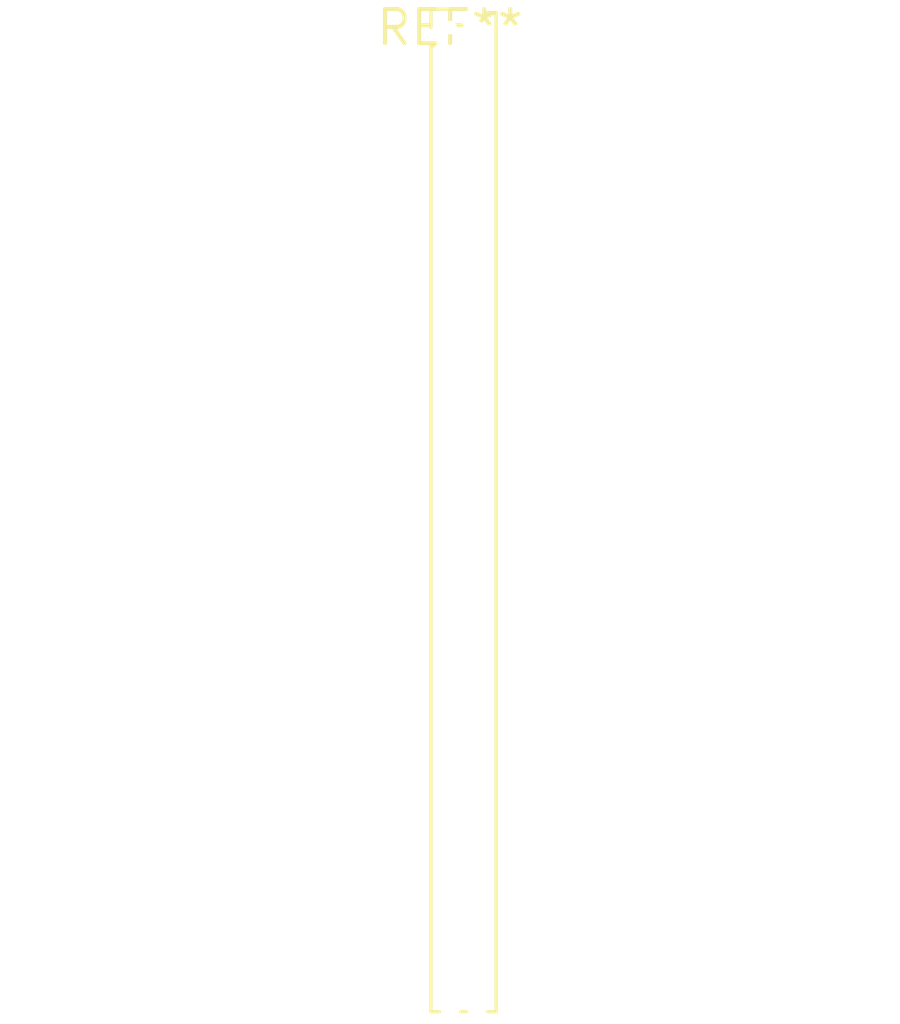
<source format=kicad_pcb>
(kicad_pcb (version 20240108) (generator pcbnew)
  (layers (0 "F.Cu" signal) (31 "B.Cu" signal) (34 "B.Paste" user) (35 "F.Paste" user) (36 "B.SilkS" user "B.Silkscreen") (37 "F.SilkS" user "F.Silkscreen") (38 "B.Mask" user) (39 "F.Mask" user) (44 "Edge.Cuts" user))
  (net 0 "")
  (footprint "PinHeader_2x37_P1.00mm_Vertical" (layer "F.Cu") (at 0 0)
    (property "Reference" "REF**")
    (property "Value" "PinHeader_2x37_P1.00mm_Vertical")
    (fp_line (start -0.71 -0.685) (end 0 -0.685) (layer "F.SilkS") (stroke (width 0.12)))
    (fp_line (start -0.71 0) (end -0.71 -0.685) (layer "F.SilkS") (stroke (width 0.12)))
    (fp_line (start -0.71 0.685) (end -0.71 36.56) (layer "F.SilkS") (stroke (width 0.12)))
    (fp_line (start -0.71 0.685) (end -0.608276 0.685) (layer "F.SilkS") (stroke (width 0.12)))
    (fp_line (start -0.71 36.56) (end -0.394493 36.56) (layer "F.SilkS") (stroke (width 0.12)))
    (fp_line (start 0.394493 36.56) (end 0.605507 36.56) (layer "F.SilkS") (stroke (width 0.12)))
    (fp_line (start 1.394493 -0.56) (end 1.71 -0.56) (layer "F.SilkS") (stroke (width 0.12)))
    (fp_line (start 1.394493 36.56) (end 1.71 36.56) (layer "F.SilkS") (stroke (width 0.12)))
    (fp_line (start 1.71 -0.56) (end 1.71 36.56) (layer "F.SilkS") (stroke (width 0.12)))
    (pad "1" thru_hole rect (at 0 0) (size 0.85 0.85) (drill 0.5) (layers *.Cu *.Mask) (remove_unused_layers))
    (pad "2" thru_hole oval (at 1 0) (size 0.85 0.85) (drill 0.5) (layers *.Cu *.Mask) (remove_unused_layers))
    (pad "3" thru_hole oval (at 0 1) (size 0.85 0.85) (drill 0.5) (layers *.Cu *.Mask) (remove_unused_layers))
    (pad "4" thru_hole oval (at 1 1) (size 0.85 0.85) (drill 0.5) (layers *.Cu *.Mask) (remove_unused_layers))
    (pad "5" thru_hole oval (at 0 2) (size 0.85 0.85) (drill 0.5) (layers *.Cu *.Mask) (remove_unused_layers))
    (pad "6" thru_hole oval (at 1 2) (size 0.85 0.85) (drill 0.5) (layers *.Cu *.Mask) (remove_unused_layers))
    (pad "7" thru_hole oval (at 0 3) (size 0.85 0.85) (drill 0.5) (layers *.Cu *.Mask) (remove_unused_layers))
    (pad "8" thru_hole oval (at 1 3) (size 0.85 0.85) (drill 0.5) (layers *.Cu *.Mask) (remove_unused_layers))
    (pad "9" thru_hole oval (at 0 4) (size 0.85 0.85) (drill 0.5) (layers *.Cu *.Mask) (remove_unused_layers))
    (pad "10" thru_hole oval (at 1 4) (size 0.85 0.85) (drill 0.5) (layers *.Cu *.Mask) (remove_unused_layers))
    (pad "11" thru_hole oval (at 0 5) (size 0.85 0.85) (drill 0.5) (layers *.Cu *.Mask) (remove_unused_layers))
    (pad "12" thru_hole oval (at 1 5) (size 0.85 0.85) (drill 0.5) (layers *.Cu *.Mask) (remove_unused_layers))
    (pad "13" thru_hole oval (at 0 6) (size 0.85 0.85) (drill 0.5) (layers *.Cu *.Mask) (remove_unused_layers))
    (pad "14" thru_hole oval (at 1 6) (size 0.85 0.85) (drill 0.5) (layers *.Cu *.Mask) (remove_unused_layers))
    (pad "15" thru_hole oval (at 0 7) (size 0.85 0.85) (drill 0.5) (layers *.Cu *.Mask) (remove_unused_layers))
    (pad "16" thru_hole oval (at 1 7) (size 0.85 0.85) (drill 0.5) (layers *.Cu *.Mask) (remove_unused_layers))
    (pad "17" thru_hole oval (at 0 8) (size 0.85 0.85) (drill 0.5) (layers *.Cu *.Mask) (remove_unused_layers))
    (pad "18" thru_hole oval (at 1 8) (size 0.85 0.85) (drill 0.5) (layers *.Cu *.Mask) (remove_unused_layers))
    (pad "19" thru_hole oval (at 0 9) (size 0.85 0.85) (drill 0.5) (layers *.Cu *.Mask) (remove_unused_layers))
    (pad "20" thru_hole oval (at 1 9) (size 0.85 0.85) (drill 0.5) (layers *.Cu *.Mask) (remove_unused_layers))
    (pad "21" thru_hole oval (at 0 10) (size 0.85 0.85) (drill 0.5) (layers *.Cu *.Mask) (remove_unused_layers))
    (pad "22" thru_hole oval (at 1 10) (size 0.85 0.85) (drill 0.5) (layers *.Cu *.Mask) (remove_unused_layers))
    (pad "23" thru_hole oval (at 0 11) (size 0.85 0.85) (drill 0.5) (layers *.Cu *.Mask) (remove_unused_layers))
    (pad "24" thru_hole oval (at 1 11) (size 0.85 0.85) (drill 0.5) (layers *.Cu *.Mask) (remove_unused_layers))
    (pad "25" thru_hole oval (at 0 12) (size 0.85 0.85) (drill 0.5) (layers *.Cu *.Mask) (remove_unused_layers))
    (pad "26" thru_hole oval (at 1 12) (size 0.85 0.85) (drill 0.5) (layers *.Cu *.Mask) (remove_unused_layers))
    (pad "27" thru_hole oval (at 0 13) (size 0.85 0.85) (drill 0.5) (layers *.Cu *.Mask) (remove_unused_layers))
    (pad "28" thru_hole oval (at 1 13) (size 0.85 0.85) (drill 0.5) (layers *.Cu *.Mask) (remove_unused_layers))
    (pad "29" thru_hole oval (at 0 14) (size 0.85 0.85) (drill 0.5) (layers *.Cu *.Mask) (remove_unused_layers))
    (pad "30" thru_hole oval (at 1 14) (size 0.85 0.85) (drill 0.5) (layers *.Cu *.Mask) (remove_unused_layers))
    (pad "31" thru_hole oval (at 0 15) (size 0.85 0.85) (drill 0.5) (layers *.Cu *.Mask) (remove_unused_layers))
    (pad "32" thru_hole oval (at 1 15) (size 0.85 0.85) (drill 0.5) (layers *.Cu *.Mask) (remove_unused_layers))
    (pad "33" thru_hole oval (at 0 16) (size 0.85 0.85) (drill 0.5) (layers *.Cu *.Mask) (remove_unused_layers))
    (pad "34" thru_hole oval (at 1 16) (size 0.85 0.85) (drill 0.5) (layers *.Cu *.Mask) (remove_unused_layers))
    (pad "35" thru_hole oval (at 0 17) (size 0.85 0.85) (drill 0.5) (layers *.Cu *.Mask) (remove_unused_layers))
    (pad "36" thru_hole oval (at 1 17) (size 0.85 0.85) (drill 0.5) (layers *.Cu *.Mask) (remove_unused_layers))
    (pad "37" thru_hole oval (at 0 18) (size 0.85 0.85) (drill 0.5) (layers *.Cu *.Mask) (remove_unused_layers))
    (pad "38" thru_hole oval (at 1 18) (size 0.85 0.85) (drill 0.5) (layers *.Cu *.Mask) (remove_unused_layers))
    (pad "39" thru_hole oval (at 0 19) (size 0.85 0.85) (drill 0.5) (layers *.Cu *.Mask) (remove_unused_layers))
    (pad "40" thru_hole oval (at 1 19) (size 0.85 0.85) (drill 0.5) (layers *.Cu *.Mask) (remove_unused_layers))
    (pad "41" thru_hole oval (at 0 20) (size 0.85 0.85) (drill 0.5) (layers *.Cu *.Mask) (remove_unused_layers))
    (pad "42" thru_hole oval (at 1 20) (size 0.85 0.85) (drill 0.5) (layers *.Cu *.Mask) (remove_unused_layers))
    (pad "43" thru_hole oval (at 0 21) (size 0.85 0.85) (drill 0.5) (layers *.Cu *.Mask) (remove_unused_layers))
    (pad "44" thru_hole oval (at 1 21) (size 0.85 0.85) (drill 0.5) (layers *.Cu *.Mask) (remove_unused_layers))
    (pad "45" thru_hole oval (at 0 22) (size 0.85 0.85) (drill 0.5) (layers *.Cu *.Mask) (remove_unused_layers))
    (pad "46" thru_hole oval (at 1 22) (size 0.85 0.85) (drill 0.5) (layers *.Cu *.Mask) (remove_unused_layers))
    (pad "47" thru_hole oval (at 0 23) (size 0.85 0.85) (drill 0.5) (layers *.Cu *.Mask) (remove_unused_layers))
    (pad "48" thru_hole oval (at 1 23) (size 0.85 0.85) (drill 0.5) (layers *.Cu *.Mask) (remove_unused_layers))
    (pad "49" thru_hole oval (at 0 24) (size 0.85 0.85) (drill 0.5) (layers *.Cu *.Mask) (remove_unused_layers))
    (pad "50" thru_hole oval (at 1 24) (size 0.85 0.85) (drill 0.5) (layers *.Cu *.Mask) (remove_unused_layers))
    (pad "51" thru_hole oval (at 0 25) (size 0.85 0.85) (drill 0.5) (layers *.Cu *.Mask) (remove_unused_layers))
    (pad "52" thru_hole oval (at 1 25) (size 0.85 0.85) (drill 0.5) (layers *.Cu *.Mask) (remove_unused_layers))
    (pad "53" thru_hole oval (at 0 26) (size 0.85 0.85) (drill 0.5) (layers *.Cu *.Mask) (remove_unused_layers))
    (pad "54" thru_hole oval (at 1 26) (size 0.85 0.85) (drill 0.5) (layers *.Cu *.Mask) (remove_unused_layers))
    (pad "55" thru_hole oval (at 0 27) (size 0.85 0.85) (drill 0.5) (layers *.Cu *.Mask) (remove_unused_layers))
    (pad "56" thru_hole oval (at 1 27) (size 0.85 0.85) (drill 0.5) (layers *.Cu *.Mask) (remove_unused_layers))
    (pad "57" thru_hole oval (at 0 28) (size 0.85 0.85) (drill 0.5) (layers *.Cu *.Mask) (remove_unused_layers))
    (pad "58" thru_hole oval (at 1 28) (size 0.85 0.85) (drill 0.5) (layers *.Cu *.Mask) (remove_unused_layers))
    (pad "59" thru_hole oval (at 0 29) (size 0.85 0.85) (drill 0.5) (layers *.Cu *.Mask) (remove_unused_layers))
    (pad "60" thru_hole oval (at 1 29) (size 0.85 0.85) (drill 0.5) (layers *.Cu *.Mask) (remove_unused_layers))
    (pad "61" thru_hole oval (at 0 30) (size 0.85 0.85) (drill 0.5) (layers *.Cu *.Mask) (remove_unused_layers))
    (pad "62" thru_hole oval (at 1 30) (size 0.85 0.85) (drill 0.5) (layers *.Cu *.Mask) (remove_unused_layers))
    (pad "63" thru_hole oval (at 0 31) (size 0.85 0.85) (drill 0.5) (layers *.Cu *.Mask) (remove_unused_layers))
    (pad "64" thru_hole oval (at 1 31) (size 0.85 0.85) (drill 0.5) (layers *.Cu *.Mask) (remove_unused_layers))
    (pad "65" thru_hole oval (at 0 32) (size 0.85 0.85) (drill 0.5) (layers *.Cu *.Mask) (remove_unused_layers))
    (pad "66" thru_hole oval (at 1 32) (size 0.85 0.85) (drill 0.5) (layers *.Cu *.Mask) (remove_unused_layers))
    (pad "67" thru_hole oval (at 0 33) (size 0.85 0.85) (drill 0.5) (layers *.Cu *.Mask) (remove_unused_layers))
    (pad "68" thru_hole oval (at 1 33) (size 0.85 0.85) (drill 0.5) (layers *.Cu *.Mask) (remove_unused_layers))
    (pad "69" thru_hole oval (at 0 34) (size 0.85 0.85) (drill 0.5) (layers *.Cu *.Mask) (remove_unused_layers))
    (pad "70" thru_hole oval (at 1 34) (size 0.85 0.85) (drill 0.5) (layers *.Cu *.Mask) (remove_unused_layers))
    (pad "71" thru_hole oval (at 0 35) (size 0.85 0.85) (drill 0.5) (layers *.Cu *.Mask) (remove_unused_layers))
    (pad "72" thru_hole oval (at 1 35) (size 0.85 0.85) (drill 0.5) (layers *.Cu *.Mask) (remove_unused_layers))
    (pad "73" thru_hole oval (at 0 36) (size 0.85 0.85) (drill 0.5) (layers *.Cu *.Mask) (remove_unused_layers))
    (pad "74" thru_hole oval (at 1 36) (size 0.85 0.85) (drill 0.5) (layers *.Cu *.Mask) (remove_unused_layers))
  )
)
</source>
